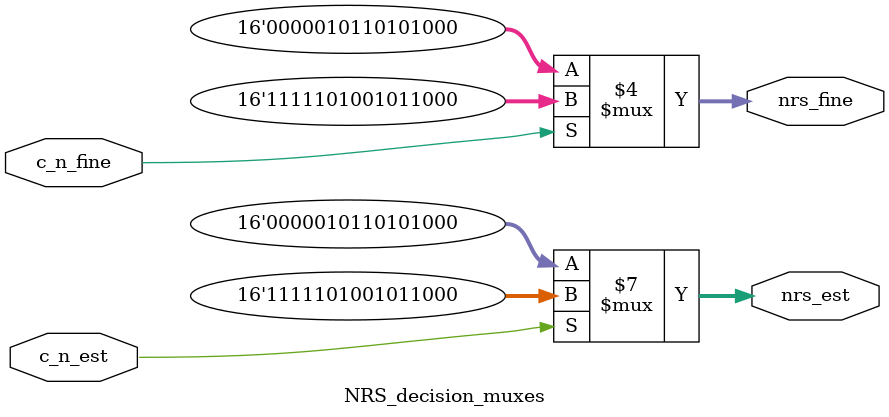
<source format=v>
module NRS_decision_muxes #(parameter NRS_WIDTH_R_I=16)(
	input wire c_n_fine, c_n_est,
	output reg [NRS_WIDTH_R_I-1:0] nrs_fine, nrs_est
);

always @(*) begin
	if (c_n_est) begin
		nrs_est='b11111_0100101_1000;
	end
	else begin
		nrs_est='b00000_1011010_1000;
	end
end

always @(*) begin
	if (c_n_fine) begin
		nrs_fine='b11111_0100101_1000;
	end
	else begin
		nrs_fine='b00000_1011010_1000;
	end
end

endmodule
</source>
